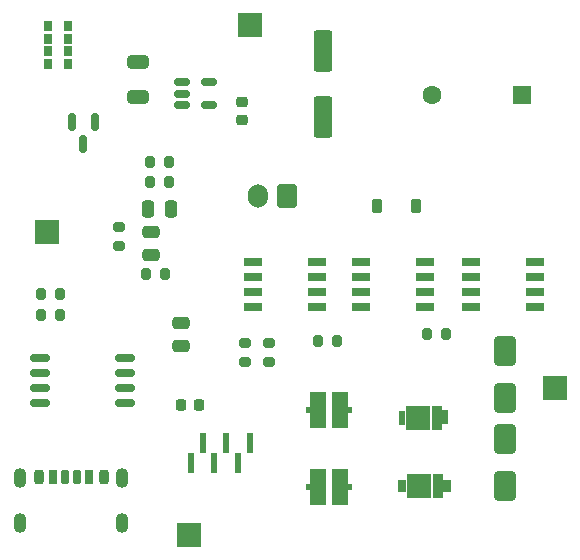
<source format=gbr>
%TF.GenerationSoftware,KiCad,Pcbnew,9.0.0*%
%TF.CreationDate,2025-03-05T18:06:53-05:00*%
%TF.ProjectId,LumiGuard,4c756d69-4775-4617-9264-2e6b69636164,Ing.IsmelArab*%
%TF.SameCoordinates,Original*%
%TF.FileFunction,Soldermask,Top*%
%TF.FilePolarity,Negative*%
%FSLAX46Y46*%
G04 Gerber Fmt 4.6, Leading zero omitted, Abs format (unit mm)*
G04 Created by KiCad (PCBNEW 9.0.0) date 2025-03-05 18:06:53*
%MOMM*%
%LPD*%
G01*
G04 APERTURE LIST*
G04 Aperture macros list*
%AMRoundRect*
0 Rectangle with rounded corners*
0 $1 Rounding radius*
0 $2 $3 $4 $5 $6 $7 $8 $9 X,Y pos of 4 corners*
0 Add a 4 corners polygon primitive as box body*
4,1,4,$2,$3,$4,$5,$6,$7,$8,$9,$2,$3,0*
0 Add four circle primitives for the rounded corners*
1,1,$1+$1,$2,$3*
1,1,$1+$1,$4,$5*
1,1,$1+$1,$6,$7*
1,1,$1+$1,$8,$9*
0 Add four rect primitives between the rounded corners*
20,1,$1+$1,$2,$3,$4,$5,0*
20,1,$1+$1,$4,$5,$6,$7,0*
20,1,$1+$1,$6,$7,$8,$9,0*
20,1,$1+$1,$8,$9,$2,$3,0*%
G04 Aperture macros list end*
%ADD10RoundRect,0.250000X-0.475000X0.250000X-0.475000X-0.250000X0.475000X-0.250000X0.475000X0.250000X0*%
%ADD11R,2.000000X2.000000*%
%ADD12RoundRect,0.200000X0.200000X0.275000X-0.200000X0.275000X-0.200000X-0.275000X0.200000X-0.275000X0*%
%ADD13RoundRect,0.218750X-0.218750X-0.256250X0.218750X-0.256250X0.218750X0.256250X-0.218750X0.256250X0*%
%ADD14RoundRect,0.200000X-0.200000X-0.275000X0.200000X-0.275000X0.200000X0.275000X-0.200000X0.275000X0*%
%ADD15RoundRect,0.150000X-0.150000X0.587500X-0.150000X-0.587500X0.150000X-0.587500X0.150000X0.587500X0*%
%ADD16RoundRect,0.218750X-0.256250X0.218750X-0.256250X-0.218750X0.256250X-0.218750X0.256250X0.218750X0*%
%ADD17RoundRect,0.225000X-0.225000X-0.375000X0.225000X-0.375000X0.225000X0.375000X-0.225000X0.375000X0*%
%ADD18RoundRect,0.175000X-0.175000X-0.425000X0.175000X-0.425000X0.175000X0.425000X-0.175000X0.425000X0*%
%ADD19RoundRect,0.190000X0.190000X0.410000X-0.190000X0.410000X-0.190000X-0.410000X0.190000X-0.410000X0*%
%ADD20RoundRect,0.200000X0.200000X0.400000X-0.200000X0.400000X-0.200000X-0.400000X0.200000X-0.400000X0*%
%ADD21RoundRect,0.175000X0.175000X0.425000X-0.175000X0.425000X-0.175000X-0.425000X0.175000X-0.425000X0*%
%ADD22RoundRect,0.190000X-0.190000X-0.410000X0.190000X-0.410000X0.190000X0.410000X-0.190000X0.410000X0*%
%ADD23RoundRect,0.200000X-0.200000X-0.400000X0.200000X-0.400000X0.200000X0.400000X-0.200000X0.400000X0*%
%ADD24O,1.100000X1.700000*%
%ADD25RoundRect,0.162500X-0.650000X-0.162500X0.650000X-0.162500X0.650000X0.162500X-0.650000X0.162500X0*%
%ADD26R,1.525000X0.650000*%
%ADD27R,2.120000X2.100000*%
%ADD28R,0.920000X2.100000*%
%ADD29R,0.700000X1.122500*%
%ADD30R,0.760000X1.135000*%
%ADD31RoundRect,0.250000X-0.650000X0.325000X-0.650000X-0.325000X0.650000X-0.325000X0.650000X0.325000X0*%
%ADD32RoundRect,0.200000X0.275000X-0.200000X0.275000X0.200000X-0.275000X0.200000X-0.275000X-0.200000X0*%
%ADD33R,0.600000X1.750000*%
%ADD34RoundRect,0.250000X-0.650000X1.000000X-0.650000X-1.000000X0.650000X-1.000000X0.650000X1.000000X0*%
%ADD35RoundRect,0.250000X0.600000X0.750000X-0.600000X0.750000X-0.600000X-0.750000X0.600000X-0.750000X0*%
%ADD36O,1.700000X2.000000*%
%ADD37R,0.725000X0.900000*%
%ADD38R,1.325000X3.150000*%
%ADD39R,0.450000X0.500000*%
%ADD40R,0.500000X1.150000*%
%ADD41RoundRect,0.250000X0.475000X-0.250000X0.475000X0.250000X-0.475000X0.250000X-0.475000X-0.250000X0*%
%ADD42R,1.600000X1.600000*%
%ADD43C,1.600000*%
%ADD44RoundRect,0.250000X-0.250000X-0.475000X0.250000X-0.475000X0.250000X0.475000X-0.250000X0.475000X0*%
%ADD45RoundRect,0.150000X-0.512500X-0.150000X0.512500X-0.150000X0.512500X0.150000X-0.512500X0.150000X0*%
%ADD46RoundRect,0.200000X-0.275000X0.200000X-0.275000X-0.200000X0.275000X-0.200000X0.275000X0.200000X0*%
%ADD47RoundRect,0.250000X-0.550000X1.500000X-0.550000X-1.500000X0.550000X-1.500000X0.550000X1.500000X0*%
G04 APERTURE END LIST*
D10*
%TO.C,C7*%
X127400000Y-108400000D03*
X127400000Y-110300000D03*
%TD*%
D11*
%TO.C,TP4*%
X118600000Y-108400000D03*
%TD*%
D12*
%TO.C,R9*%
X143188000Y-117600000D03*
X141538000Y-117600000D03*
%TD*%
D13*
%TO.C,FB1*%
X129938000Y-123020000D03*
X131513000Y-123020000D03*
%TD*%
D14*
%TO.C,R5*%
X127300000Y-104150000D03*
X128950000Y-104150000D03*
%TD*%
D15*
%TO.C,D2*%
X122650000Y-99025000D03*
X120750000Y-99025000D03*
X121700000Y-100900000D03*
%TD*%
D16*
%TO.C,L2*%
X135100000Y-97325000D03*
X135100000Y-98900000D03*
%TD*%
D12*
%TO.C,R13*%
X128650000Y-111950000D03*
X127000000Y-111950000D03*
%TD*%
D17*
%TO.C,D1*%
X146550000Y-106200000D03*
X149850000Y-106200000D03*
%TD*%
D18*
%TO.C,J2*%
X120180000Y-129120000D03*
D19*
X122200000Y-129120000D03*
D20*
X123430000Y-129120000D03*
D21*
X121180000Y-129120000D03*
D22*
X119160000Y-129120000D03*
D23*
X117930000Y-129120000D03*
D24*
X116360000Y-129200000D03*
X116360000Y-133000000D03*
X125000000Y-129200000D03*
X125000000Y-133000000D03*
%TD*%
D25*
%TO.C,U3*%
X118025000Y-118990000D03*
X118025000Y-120260000D03*
X118025000Y-121530000D03*
X118025000Y-122800000D03*
X125200000Y-122800000D03*
X125200000Y-121530000D03*
X125200000Y-120260000D03*
X125200000Y-118990000D03*
%TD*%
D26*
%TO.C,Q3*%
X154476000Y-110900000D03*
X154476000Y-112170000D03*
X154476000Y-113440000D03*
X154476000Y-114710000D03*
X159900000Y-114710000D03*
X159900000Y-113440000D03*
X159900000Y-112170000D03*
X159900000Y-110900000D03*
%TD*%
D27*
%TO.C,LED4*%
X150085500Y-129900000D03*
D28*
X151685500Y-129900000D03*
D29*
X148695500Y-129868750D03*
D30*
X152495500Y-129850000D03*
%TD*%
D12*
%TO.C,R7*%
X119725000Y-115350000D03*
X118075000Y-115350000D03*
%TD*%
D31*
%TO.C,C8*%
X126300000Y-93950000D03*
X126300000Y-96900000D03*
%TD*%
D32*
%TO.C,R12*%
X135400000Y-119400000D03*
X135400000Y-117750000D03*
%TD*%
D12*
%TO.C,R6*%
X119725000Y-113600000D03*
X118075000Y-113600000D03*
%TD*%
D33*
%TO.C,SPI1*%
X130800000Y-127950000D03*
X131800000Y-126200000D03*
X132800000Y-127950000D03*
X133800000Y-126200000D03*
X134800000Y-127950000D03*
X135800000Y-126200000D03*
%TD*%
D12*
%TO.C,R8*%
X152425000Y-117000000D03*
X150775000Y-117000000D03*
%TD*%
D26*
%TO.C,Q1*%
X136076000Y-110930000D03*
X136076000Y-112200000D03*
X136076000Y-113470000D03*
X136076000Y-114740000D03*
X141500000Y-114740000D03*
X141500000Y-113470000D03*
X141500000Y-112200000D03*
X141500000Y-110930000D03*
%TD*%
D34*
%TO.C,D6*%
X157400500Y-125900000D03*
X157400500Y-129900000D03*
%TD*%
D35*
%TO.C,J1*%
X138950000Y-105300000D03*
D36*
X136450000Y-105300000D03*
%TD*%
D11*
%TO.C,TP3*%
X161600000Y-121600000D03*
%TD*%
D37*
%TO.C,IC1*%
X120400000Y-94150000D03*
X120400000Y-93075000D03*
X120400000Y-92000000D03*
X120400000Y-90926000D03*
X118700000Y-90926000D03*
X118700000Y-92000000D03*
X118700000Y-93075000D03*
X118700000Y-94150000D03*
%TD*%
D38*
%TO.C,LED6*%
X141576000Y-129950000D03*
X143400000Y-129950000D03*
D39*
X140688000Y-129950000D03*
X144288000Y-129950000D03*
%TD*%
D26*
%TO.C,Q2*%
X145176000Y-110900000D03*
X145176000Y-112170000D03*
X145176000Y-113440000D03*
X145176000Y-114710000D03*
X150600000Y-114710000D03*
X150600000Y-113440000D03*
X150600000Y-112170000D03*
X150600000Y-110900000D03*
%TD*%
D27*
%TO.C,LED2*%
X150015500Y-124080000D03*
D28*
X151645500Y-124080000D03*
D40*
X148688000Y-124090000D03*
X152335500Y-124060000D03*
%TD*%
D32*
%TO.C,R11*%
X137400000Y-119400000D03*
X137400000Y-117750000D03*
%TD*%
D41*
%TO.C,C9*%
X130000000Y-118000000D03*
X130000000Y-116100000D03*
%TD*%
D38*
%TO.C,LED3*%
X141576000Y-123400000D03*
X143400000Y-123400000D03*
D39*
X140688000Y-123400000D03*
X144288000Y-123400000D03*
%TD*%
D42*
%TO.C,BZ1*%
X158800000Y-96800000D03*
D43*
X151200000Y-96800000D03*
%TD*%
D11*
%TO.C,TP2*%
X135800000Y-90800000D03*
%TD*%
D14*
%TO.C,R4*%
X127300000Y-102400000D03*
X128950000Y-102400000D03*
%TD*%
D11*
%TO.C,TP1*%
X130600000Y-134000000D03*
%TD*%
D44*
%TO.C,C5*%
X127200000Y-106400000D03*
X129100000Y-106400000D03*
%TD*%
D45*
%TO.C,U1*%
X130025000Y-95700000D03*
X130025000Y-96650000D03*
X130025000Y-97600000D03*
X132300000Y-97600000D03*
X132300000Y-95700000D03*
%TD*%
D46*
%TO.C,R10*%
X124750000Y-107900000D03*
X124750000Y-109550000D03*
%TD*%
D47*
%TO.C,C1*%
X142000000Y-93000000D03*
X142000000Y-98600000D03*
%TD*%
D34*
%TO.C,D5*%
X157400000Y-118400000D03*
X157400000Y-122400000D03*
%TD*%
M02*

</source>
